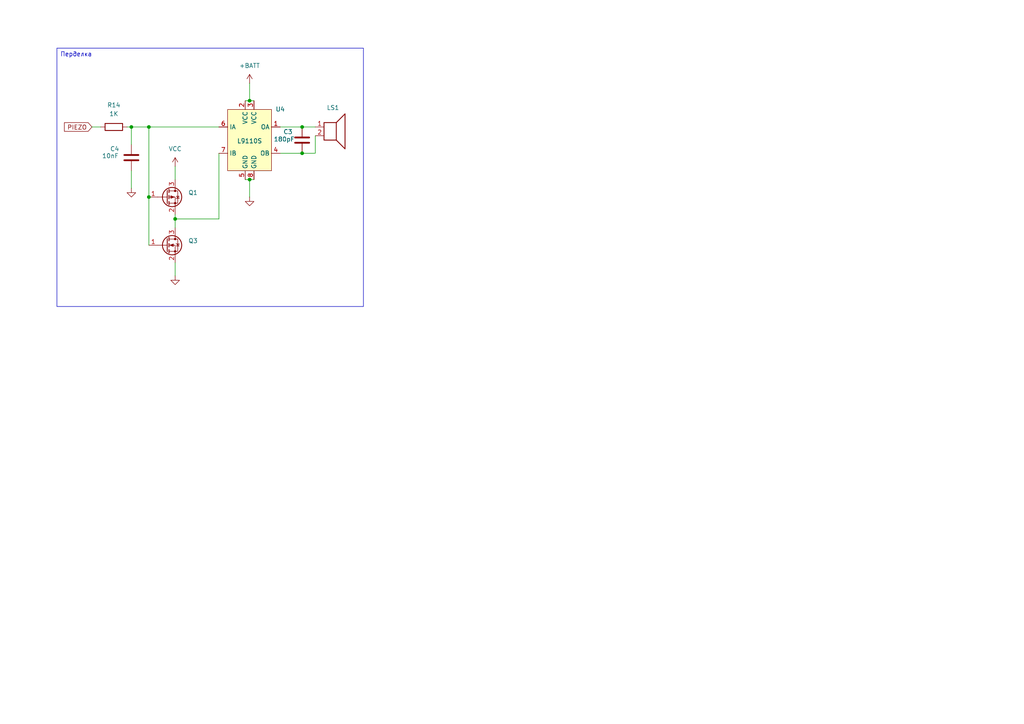
<source format=kicad_sch>
(kicad_sch (version 20250114) (generator "eeschema") (generator_version "9.0")
  (paper "A4")
  (title_block (title "Ornex Z-Lock") (date "2025-06-11") (rev "0.1.0") (company "Ornex") (comment 1 "Звукоизлучатель"))
  (lib_symbols
    (symbol "Device:C" (pin_numbers (hide yes)) (pin_names (offset 0.254))
      (property "Reference" "C" (at 0.635 2.54 0))
      (property "Value" "C" (at 0.635 -2.54 0))
      (symbol "C_0_1"
        (polyline (pts (xy -2.032 0.762) (xy 2.032 0.762)) (stroke (width 0.508)))
        (polyline (pts (xy -2.032 -0.762) (xy 2.032 -0.762)) (stroke (width 0.508)))
      )
      (symbol "C_1_1"
        (pin passive line (at 0 3.81 270) (length 2.794) (name "~") (number "1"))
        (pin passive line (at 0 -3.81 90) (length 2.794) (name "~") (number "2"))
      )
    )
    (symbol "Device:R" (pin_numbers (hide yes)) (pin_names (offset 0))
      (property "Reference" "R" (at 2.032 0 90))
      (property "Value" "R" (at 0 0 90))
      (symbol "R_0_1"
        (rectangle (start -1.016 -2.54) (end 1.016 2.54) (stroke (width 0.254)))
      )
      (symbol "R_1_1"
        (pin passive line (at 0 3.81 270) (length 1.27) (name "~") (number "1"))
        (pin passive line (at 0 -3.81 90) (length 1.27) (name "~") (number "2"))
      )
    )
    (symbol "Device:Speaker" (pin_names (offset 0) (hide yes))
      (property "Reference" "LS" (at 1.27 5.715 0))
      (property "Value" "Speaker" (at 1.27 3.81 0))
      (symbol "Speaker_0_0"
        (rectangle (start -2.54 1.27) (end 1.016 -3.81) (stroke (width 0.254)))
        (polyline (pts (xy 1.016 1.27) (xy 3.556 3.81) (xy 3.556 -6.35) (xy 1.016 -3.81)) (stroke (width 0.254)))
      )
      (symbol "Speaker_1_1"
        (pin input line (at -5.08 0 0) (length 2.54) (name "1") (number "1"))
        (pin input line (at -5.08 -2.54 0) (length 2.54) (name "2") (number "2"))
      )
    )
    (symbol "L9110S_1"
      (property "Reference" "U" (at 0 0 0))
      (property "Value" "L9110S" (at -0.254 1.778 0))
      (symbol "L9110S_1_1_1"
        (rectangle (start -6.35 8.89) (end 6.35 -8.89) (fill (type background)))
        (pin input line (at -8.89 3.81 0) (length 2.54) (name "IA") (number "6"))
        (pin input line (at -8.89 -3.81 0) (length 2.54) (name "IB") (number "7"))
        (pin power_in line (at -1.27 11.43 270) (length 2.54) (name "VCC") (number "2"))
        (pin power_in line (at -1.27 -11.43 90) (length 2.54) (name "GND") (number "5"))
        (pin power_in line (at 1.27 11.43 270) (length 2.54) (name "VCC") (number "3"))
        (pin power_in line (at 1.27 -11.43 90) (length 2.54) (name "GND") (number "8"))
        (pin output line (at 8.89 3.81 180) (length 2.54) (name "OA") (number "1"))
        (pin output line (at 8.89 -3.81 180) (length 2.54) (name "OB") (number "4"))
      )
    )
    (symbol "OrnexParts:Si2323" (pin_names (hide yes))
      (property "Reference" "Q" (at 5.08 1.905 0))
      (property "Value" "Si2323" (at 5.08 0 0))
      (symbol "Si2323_0_1"
        (polyline (pts (xy 0.254 1.905) (xy 0.254 -1.905)) (stroke (width 0.254)))
        (polyline (pts (xy 0.254 0) (xy -2.54 0)))
        (polyline (pts (xy 0.762 2.286) (xy 0.762 1.27)) (stroke (width 0.254)))
        (polyline (pts (xy 0.762 1.778) (xy 3.302 1.778) (xy 3.302 -1.778) (xy 0.762 -1.778)))
        (polyline (pts (xy 0.762 0.508) (xy 0.762 -0.508)) (stroke (width 0.254)))
        (polyline (pts (xy 0.762 -1.27) (xy 0.762 -2.286)) (stroke (width 0.254)))
        (circle (center 1.651 0) (radius 2.794) (stroke (width 0.254)))
        (polyline (pts (xy 2.286 0) (xy 1.27 0.381) (xy 1.27 -0.381) (xy 2.286 0)) (fill (type outline)))
        (polyline (pts (xy 2.54 2.54) (xy 2.54 1.778)))
        (circle (center 2.54 1.778) (radius 0.254) (fill (type outline)))
        (circle (center 2.54 -1.778) (radius 0.254) (fill (type outline)))
        (polyline (pts (xy 2.54 -2.54) (xy 2.54 0) (xy 0.762 0)))
        (polyline (pts (xy 2.794 -0.508) (xy 2.921 -0.381) (xy 3.683 -0.381) (xy 3.81 -0.254)))
        (polyline (pts (xy 3.302 -0.381) (xy 2.921 0.254) (xy 3.683 0.254) (xy 3.302 -0.381)))
      )
      (symbol "Si2323_1_1"
        (pin input line (at -5.08 0 0) (length 2.54) (name "G") (number "1"))
        (pin passive line (at 2.54 5.08 270) (length 2.54) (name "D") (number "3"))
        (pin passive line (at 2.54 -5.08 90) (length 2.54) (name "S") (number "2"))
      )
    )
    (symbol "Transistor_FET:AO3400A" (pin_names (hide yes))
      (property "Reference" "Q" (at 5.08 1.905 0))
      (property "Value" "AO3400A" (at 5.08 0 0))
      (symbol "AO3400A_0_1"
        (polyline (pts (xy 0.254 1.905) (xy 0.254 -1.905)) (stroke (width 0.254)))
        (polyline (pts (xy 0.254 0) (xy -2.54 0)))
        (polyline (pts (xy 0.762 2.286) (xy 0.762 1.27)) (stroke (width 0.254)))
        (polyline (pts (xy 0.762 0.508) (xy 0.762 -0.508)) (stroke (width 0.254)))
        (polyline (pts (xy 0.762 -1.27) (xy 0.762 -2.286)) (stroke (width 0.254)))
        (polyline (pts (xy 0.762 -1.778) (xy 3.302 -1.778) (xy 3.302 1.778) (xy 0.762 1.778)))
        (polyline (pts (xy 1.016 0) (xy 2.032 0.381) (xy 2.032 -0.381) (xy 1.016 0)) (fill (type outline)))
        (circle (center 1.651 0) (radius 2.794) (stroke (width 0.254)))
        (polyline (pts (xy 2.54 2.54) (xy 2.54 1.778)))
        (circle (center 2.54 1.778) (radius 0.254) (fill (type outline)))
        (circle (center 2.54 -1.778) (radius 0.254) (fill (type outline)))
        (polyline (pts (xy 2.54 -2.54) (xy 2.54 0) (xy 0.762 0)))
        (polyline (pts (xy 2.794 0.508) (xy 2.921 0.381) (xy 3.683 0.381) (xy 3.81 0.254)))
        (polyline (pts (xy 3.302 0.381) (xy 2.921 -0.254) (xy 3.683 -0.254) (xy 3.302 0.381)))
      )
      (symbol "AO3400A_1_1"
        (pin input line (at -5.08 0 0) (length 2.54) (name "G") (number "1"))
        (pin passive line (at 2.54 5.08 270) (length 2.54) (name "D") (number "3"))
        (pin passive line (at 2.54 -5.08 90) (length 2.54) (name "S") (number "2"))
      )
    )
    (symbol "power:+BATT" (power) (pin_numbers (hide yes)) (pin_names (offset 0) (hide yes))
      (property "Value" "+BATT" (at 0 3.556 0))
      (symbol "+BATT_0_1"
        (polyline (pts (xy -0.762 1.27) (xy 0 2.54)))
        (polyline (pts (xy 0 2.54) (xy 0.762 1.27)))
        (polyline (pts (xy 0 0) (xy 0 2.54)))
      )
      (symbol "+BATT_1_1"
        (pin power_in line (at 0 0 90) (length 0) (name "~") (number "1"))
      )
    )
    (symbol "power:GND" (power) (pin_numbers (hide yes)) (pin_names (offset 0) (hide yes))
      (property "Value" "GND" (at 0 -3.81 0))
      (symbol "GND_0_1"
        (polyline (pts (xy 0 0) (xy 0 -1.27) (xy 1.27 -1.27) (xy 0 -2.54) (xy -1.27 -1.27) (xy 0 -1.27)))
      )
      (symbol "GND_1_1"
        (pin power_in line (at 0 0 270) (length 0) (name "~") (number "1"))
      )
    )
    (symbol "power:VCC" (power) (pin_numbers (hide yes)) (pin_names (offset 0) (hide yes))
      (property "Value" "VCC" (at 0 3.556 0))
      (symbol "VCC_0_1"
        (polyline (pts (xy -0.762 1.27) (xy 0 2.54)))
        (polyline (pts (xy 0 2.54) (xy 0.762 1.27)))
        (polyline (pts (xy 0 0) (xy 0 2.54)))
      )
      (symbol "VCC_1_1"
        (pin power_in line (at 0 0 90) (length 0) (name "~") (number "1"))
      )
    )
  )
  (text_box "Перделка" (at 16.51 13.97 0) (size 88.9 74.93) (margins 0.9525 0.9525 0.9525 0.9525) (effects (font (size 1.27 1.27)) (justify left top)))
  (junction (at 43.18 36.83))
  (junction (at 87.63 36.83))
  (junction (at 43.18 57.15))
  (junction (at 87.63 44.45))
  (junction (at 72.39 52.07))
  (junction (at 50.8 63.5))
  (junction (at 72.39 29.21))
  (junction (at 38.1 36.83))
  (wire (pts (xy 87.63 36.83) (xy 91.44 36.83)))
  (wire (pts (xy 50.8 62.23) (xy 50.8 63.5)))
  (wire (pts (xy 87.63 44.45) (xy 91.44 44.45)))
  (wire (pts (xy 43.18 36.83) (xy 43.18 57.15)))
  (wire (pts (xy 50.8 76.2) (xy 50.8 80.01)))
  (wire (pts (xy 71.12 29.21) (xy 72.39 29.21)))
  (wire (pts (xy 63.5 63.5) (xy 50.8 63.5)))
  (wire (pts (xy 38.1 36.83) (xy 38.1 41.91)))
  (wire (pts (xy 72.39 24.13) (xy 72.39 29.21)))
  (wire (pts (xy 38.1 49.53) (xy 38.1 54.61)))
  (wire (pts (xy 72.39 52.07) (xy 73.66 52.07)))
  (wire (pts (xy 43.18 36.83) (xy 63.5 36.83)))
  (wire (pts (xy 36.83 36.83) (xy 38.1 36.83)))
  (wire (pts (xy 91.44 39.37) (xy 91.44 44.45)))
  (wire (pts (xy 38.1 36.83) (xy 43.18 36.83)))
  (wire (pts (xy 72.39 29.21) (xy 73.66 29.21)))
  (wire (pts (xy 81.28 36.83) (xy 87.63 36.83)))
  (wire (pts (xy 50.8 63.5) (xy 50.8 66.04)))
  (wire (pts (xy 81.28 44.45) (xy 87.63 44.45)))
  (wire (pts (xy 26.67 36.83) (xy 29.21 36.83)))
  (wire (pts (xy 71.12 52.07) (xy 72.39 52.07)))
  (wire (pts (xy 50.8 48.26) (xy 50.8 52.07)))
  (wire (pts (xy 63.5 44.45) (xy 63.5 63.5)))
  (wire (pts (xy 43.18 57.15) (xy 43.18 71.12)))
  (wire (pts (xy 72.39 52.07) (xy 72.39 57.15)))
  (global_label "PIEZO" (shape input) (at 26.67 36.83 180) (property "Intersheetrefs" "${INTERSHEET_REFS}" (effects (hide yes))))
  (symbol (lib_id "power:+BATT") (at 72.39 24.13 0) (unit 1)
    (property "Reference" "#PWR021" (effects (hide yes)))
    (property "Value" "+BATT" (at 72.39 19.05 0))
    (property "Description" "Power symbol creates a global label with name \"+BATT\"" (effects (hide yes)))
  )
  (symbol (lib_id "Transistor_FET:AO3400A") (at 48.26 71.12 0) (unit 1)
    (property "Reference" "Q3" (at 54.61 69.8499 0) (effects (justify left)))
    (property "Value" "AO3400A" (effects (hide yes)))
    (property "Footprint" "Package_TO_SOT_SMD:SOT-23" (effects (hide yes)))
    (property "Datasheet" "http://www.aosmd.com/pdfs/datasheet/AO3400A.pdf" (effects (hide yes)))
    (property "Description" "30V Vds, 5.7A Id, N-Channel MOSFET, SOT-23" (effects (hide yes)))
  )
  (symbol (lib_id "Device:C") (at 38.1 45.72 0) (unit 1)
    (property "Reference" "C4" (at 33.274 43.18 0))
    (property "Value" "10nF" (at 32.004 45.212 0))
    (property "Footprint" "Capacitor_SMD:C_0805_2012Metric_Pad1.18x1.45mm_HandSolder" (effects (hide yes)))
  )
  (symbol (lib_id "power:GND") (at 72.39 57.15 0) (unit 1)
    (property "Reference" "#PWR022" (effects (hide yes)))
    (property "Value" "GND" (effects (hide yes)))
    (property "Description" "Power symbol creates a global label with name \"GND\" , ground" (effects (hide yes)))
  )
  (symbol (lib_id "power:GND") (at 50.8 80.01 0) (unit 1)
    (property "Reference" "#PWR02" (effects (hide yes)))
    (property "Value" "GND" (effects (hide yes)))
    (property "Description" "Power symbol creates a global label with name \"GND\" , ground" (effects (hide yes)))
  )
  (symbol (lib_id "Device:C") (at 87.63 40.64 0) (unit 1)
    (property "Reference" "C3" (at 82.169 38.227 0) (effects (justify left)))
    (property "Value" "180pF" (at 79.375 40.386 0) (effects (justify left)))
    (property "Footprint" "Capacitor_SMD:C_0805_2012Metric_Pad1.18x1.45mm_HandSolder" (effects (hide yes)))
  )
  (symbol (lib_id "power:GND") (at 38.1 54.61 0) (unit 1)
    (property "Reference" "#PWR033" (effects (hide yes)))
    (property "Value" "GND" (effects (hide yes)))
    (property "Description" "Power symbol creates a global label with name \"GND\" , ground" (effects (hide yes)))
  )
  (symbol (lib_id "power:VCC") (at 50.8 48.26 0) (unit 1)
    (property "Reference" "#PWR023" (effects (hide yes)))
    (property "Value" "VCC" (at 50.8 43.18 0))
    (property "Description" "Power symbol creates a global label with name \"VCC\"" (effects (hide yes)))
  )
  (symbol (lib_id "Device:Speaker") (at 96.52 36.83 0) (unit 1)
    (property "Reference" "LS1" (at 94.742 31.242 0) (effects (justify left)))
    (property "Value" "PKLCS1212E4001" (effects (hide yes)))
    (property "Footprint" "Buzzer_Beeper:Buzzer_Mallory_AST1240MLQ" (effects (hide yes)))
    (property "Description" "Speaker" (effects (hide yes)))
  )
  (symbol (lib_name "L9110S_1") (lib_id "OrnexParts:L9110S") (at 72.39 40.64 0) (unit 1)
    (property "Reference" "U4" (at 81.28 31.6798 0))
    (property "Value" "L9110S" (at 72.39 40.894 0))
    (property "Footprint" "Package_SO:SOP-8_3.9x4.9mm_P1.27mm" (effects (hide yes)))
    (property "Description" "H-brigde motor driver" (effects (hide yes)))
  )
  (symbol (lib_id "OrnexParts:Si2323") (at 48.26 57.15 0) (unit 1)
    (property "Reference" "Q1" (at 54.61 55.8799 0) (effects (justify left)))
    (property "Value" "Si2323" (effects (hide yes)))
    (property "Footprint" "Package_TO_SOT_SMD:SOT-23" (effects (hide yes)))
    (property "Datasheet" "http://www.vishay.com/docs/66709/si2319cd.pdf" (effects (hide yes)))
    (property "Description" "-4.4A Id, -40V Vds, P-Channel MOSFET, SOT-23" (effects (hide yes)))
  )
  (symbol (lib_id "Device:R") (at 33.02 36.83 90) (unit 1)
    (property "Reference" "R14" (at 33.02 30.48 90))
    (property "Value" "1K" (at 33.02 33.02 90))
    (property "Footprint" "Resistor_SMD:R_0805_2012Metric_Pad1.20x1.40mm_HandSolder" (effects (hide yes)))
    (property "Description" "Resistor" (effects (hide yes)))
  )
)
</source>
